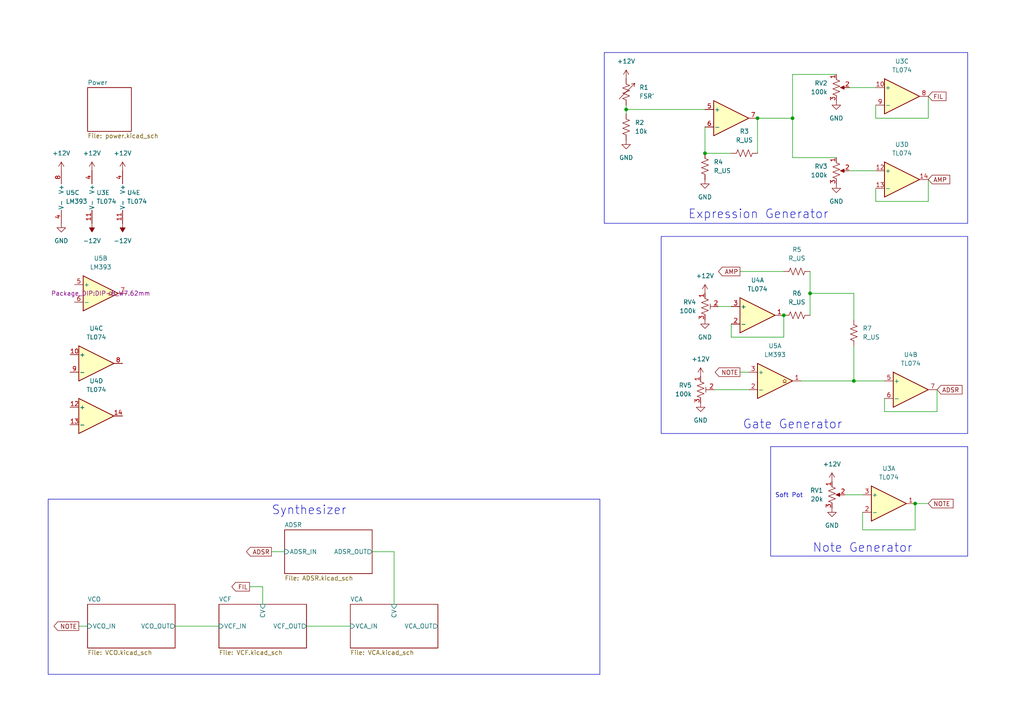
<source format=kicad_sch>
(kicad_sch (version 20250114) (generator "eeschema") (generator_version "9.0")
  (paper "A4")
  (lib_symbols
    (symbol "Amplifier_Operational:TL074" (pin_names (offset 0.127))
      (property "Reference" "U" (at 0 5.08 0))
      (property "Value" "TL074" (at 0 -5.08 0))
      (symbol "TL074_1_1"
        (polyline (pts (xy -5.08 5.08) (xy 5.08 0) (xy -5.08 -5.08) (xy -5.08 5.08)) (stroke (width 0.254)) (fill (type background)))
        (pin input line (at -7.62 2.54 0) (length 2.54) (name "+") (number "3"))
        (pin input line (at -7.62 -2.54 0) (length 2.54) (name "-") (number "2"))
        (pin output line (at 7.62 0 180) (length 2.54) (name "~") (number "1"))
      )
      (symbol "TL074_2_1"
        (polyline (pts (xy -5.08 5.08) (xy 5.08 0) (xy -5.08 -5.08) (xy -5.08 5.08)) (stroke (width 0.254)) (fill (type background)))
        (pin input line (at -7.62 2.54 0) (length 2.54) (name "+") (number "5"))
        (pin input line (at -7.62 -2.54 0) (length 2.54) (name "-") (number "6"))
        (pin output line (at 7.62 0 180) (length 2.54) (name "~") (number "7"))
      )
      (symbol "TL074_3_1"
        (polyline (pts (xy -5.08 5.08) (xy 5.08 0) (xy -5.08 -5.08) (xy -5.08 5.08)) (stroke (width 0.254)) (fill (type background)))
        (pin input line (at -7.62 2.54 0) (length 2.54) (name "+") (number "10"))
        (pin input line (at -7.62 -2.54 0) (length 2.54) (name "-") (number "9"))
        (pin output line (at 7.62 0 180) (length 2.54) (name "~") (number "8"))
      )
      (symbol "TL074_4_1"
        (polyline (pts (xy -5.08 5.08) (xy 5.08 0) (xy -5.08 -5.08) (xy -5.08 5.08)) (stroke (width 0.254)) (fill (type background)))
        (pin input line (at -7.62 2.54 0) (length 2.54) (name "+") (number "12"))
        (pin input line (at -7.62 -2.54 0) (length 2.54) (name "-") (number "13"))
        (pin output line (at 7.62 0 180) (length 2.54) (name "~") (number "14"))
      )
      (symbol "TL074_5_1"
        (pin power_in line (at -2.54 7.62 270) (length 3.81) (name "V+") (number "4"))
        (pin power_in line (at -2.54 -7.62 90) (length 3.81) (name "V-") (number "11"))
      )
    )
    (symbol "Comparator:LM393" (pin_names (offset 0.127))
      (property "Reference" "U" (at 3.81 3.81 0))
      (property "Value" "LM393" (at 6.35 -3.81 0))
      (symbol "LM393_1_1"
        (polyline (pts (xy -5.08 5.08) (xy 5.08 0) (xy -5.08 -5.08) (xy -5.08 5.08)) (stroke (width 0.254)) (fill (type background)))
        (polyline (pts (xy 3.302 -0.508) (xy 2.794 -0.508) (xy 3.302 0) (xy 2.794 0.508) (xy 2.286 0) (xy 2.794 -0.508) (xy 2.286 -0.508)) (stroke (width 0.127)))
        (pin input line (at -7.62 2.54 0) (length 2.54) (name "+") (number "3"))
        (pin input line (at -7.62 -2.54 0) (length 2.54) (name "-") (number "2"))
        (pin open_collector line (at 7.62 0 180) (length 2.54) (name "~") (number "1"))
      )
      (symbol "LM393_2_1"
        (polyline (pts (xy -5.08 5.08) (xy 5.08 0) (xy -5.08 -5.08) (xy -5.08 5.08)) (stroke (width 0.254)) (fill (type background)))
        (polyline (pts (xy 3.302 -0.508) (xy 2.794 -0.508) (xy 3.302 0) (xy 2.794 0.508) (xy 2.286 0) (xy 2.794 -0.508) (xy 2.286 -0.508)) (stroke (width 0.127)))
        (pin input line (at -7.62 2.54 0) (length 2.54) (name "+") (number "5"))
        (pin input line (at -7.62 -2.54 0) (length 2.54) (name "-") (number "6"))
        (pin open_collector line (at 7.62 0 180) (length 2.54) (name "~") (number "7"))
      )
      (symbol "LM393_3_1"
        (pin power_in line (at -2.54 7.62 270) (length 3.81) (name "V+") (number "8"))
        (pin power_in line (at -2.54 -7.62 90) (length 3.81) (name "V-") (number "4"))
      )
    )
    (symbol "Device:R_Potentiometer_Trim_US" (pin_names (offset 1.016) (hide yes))
      (property "Reference" "RV" (at -4.445 0 90))
      (property "Value" "R_Potentiometer_Trim_US" (at -2.54 0 90))
      (symbol "R_Potentiometer_Trim_US_0_1"
        (polyline (pts (xy 0 2.286) (xy 0 2.54)))
        (polyline (pts (xy 0 2.286) (xy 1.016 1.905) (xy 0 1.524) (xy -1.016 1.143) (xy 0 0.762)))
        (polyline (pts (xy 0 0.762) (xy 1.016 0.381) (xy 0 0) (xy -1.016 -0.381) (xy 0 -0.762)))
        (polyline (pts (xy 0 -0.762) (xy 1.016 -1.143) (xy 0 -1.524) (xy -1.016 -1.905) (xy 0 -2.286)))
        (polyline (pts (xy 0 -2.286) (xy 0 -2.54)))
        (polyline (pts (xy 1.524 0.762) (xy 1.524 -0.762)))
        (polyline (pts (xy 2.54 0) (xy 1.524 0)))
      )
      (symbol "R_Potentiometer_Trim_US_1_1"
        (pin passive line (at 0 3.81 270) (length 1.27) (name "1") (number "1"))
        (pin passive line (at 0 -3.81 90) (length 1.27) (name "3") (number "3"))
        (pin passive line (at 3.81 0 180) (length 1.27) (name "2") (number "2"))
      )
    )
    (symbol "Device:R_Potentiometer_US" (pin_names (offset 1.016) (hide yes))
      (property "Reference" "RV" (at -4.445 0 90))
      (property "Value" "R_Potentiometer_US" (at -2.54 0 90))
      (symbol "R_Potentiometer_US_0_1"
        (polyline (pts (xy 0 2.54) (xy 0 2.286)))
        (polyline (pts (xy 0 2.286) (xy 1.016 1.905) (xy 0 1.524) (xy -1.016 1.143) (xy 0 0.762)))
        (polyline (pts (xy 0 0.762) (xy 1.016 0.381) (xy 0 0) (xy -1.016 -0.381) (xy 0 -0.762)))
        (polyline (pts (xy 0 -0.762) (xy 1.016 -1.143) (xy 0 -1.524) (xy -1.016 -1.905) (xy 0 -2.286)))
        (polyline (pts (xy 0 -2.286) (xy 0 -2.54)))
        (polyline (pts (xy 1.143 0) (xy 2.286 0.508) (xy 2.286 -0.508) (xy 1.143 0)) (fill (type outline)))
        (polyline (pts (xy 2.54 0) (xy 1.524 0)))
      )
      (symbol "R_Potentiometer_US_1_1"
        (pin passive line (at 0 3.81 270) (length 1.27) (name "1") (number "1"))
        (pin passive line (at 0 -3.81 90) (length 1.27) (name "3") (number "3"))
        (pin passive line (at 3.81 0 180) (length 1.27) (name "2") (number "2"))
      )
    )
    (symbol "Device:R_US" (pin_numbers (hide yes)) (pin_names (offset 0))
      (property "Reference" "R" (at 2.54 0 90))
      (property "Value" "R_US" (at -2.54 0 90))
      (symbol "R_US_0_1"
        (polyline (pts (xy 0 2.286) (xy 0 2.54)))
        (polyline (pts (xy 0 2.286) (xy 1.016 1.905) (xy 0 1.524) (xy -1.016 1.143) (xy 0 0.762)))
        (polyline (pts (xy 0 0.762) (xy 1.016 0.381) (xy 0 0) (xy -1.016 -0.381) (xy 0 -0.762)))
        (polyline (pts (xy 0 -0.762) (xy 1.016 -1.143) (xy 0 -1.524) (xy -1.016 -1.905) (xy 0 -2.286)))
        (polyline (pts (xy 0 -2.286) (xy 0 -2.54)))
      )
      (symbol "R_US_1_1"
        (pin passive line (at 0 3.81 270) (length 1.27) (name "~") (number "1"))
        (pin passive line (at 0 -3.81 90) (length 1.27) (name "~") (number "2"))
      )
    )
    (symbol "Device:R_Variable_US" (pin_numbers (hide yes)) (pin_names (offset 0))
      (property "Reference" "R" (at 2.54 -2.54 90))
      (property "Value" "R_Variable_US" (at -2.54 -1.27 90))
      (symbol "R_Variable_US_0_1"
        (polyline (pts (xy 0 2.286) (xy 0 2.54)))
        (polyline (pts (xy 0 2.286) (xy 1.016 1.905) (xy 0 1.524) (xy -1.016 1.143) (xy 0 0.762)) (stroke (width 0.1524)))
        (polyline (pts (xy 0 0.762) (xy 1.016 0.381) (xy 0 0) (xy -1.016 -0.381) (xy 0 -0.762)))
        (polyline (pts (xy 0 -0.762) (xy 1.016 -1.143) (xy 0 -1.524) (xy -1.016 -1.905) (xy 0 -2.286)))
        (polyline (pts (xy 0 -2.286) (xy 0 -2.54)))
        (polyline (pts (xy 2.286 1.524) (xy 2.54 2.54) (xy 1.524 2.286) (xy 2.54 2.54) (xy -2.032 -2.032)) (stroke (width 0.1524)))
      )
      (symbol "R_Variable_US_1_1"
        (pin passive line (at 0 3.81 270) (length 1.27) (name "~") (number "1"))
        (pin passive line (at 0 -3.81 90) (length 1.27) (name "~") (number "2"))
      )
    )
    (symbol "power:+12V" (power) (pin_numbers (hide yes)) (pin_names (offset 0) (hide yes))
      (property "Value" "+12V" (at 0 3.556 0))
      (symbol "+12V_0_1"
        (polyline (pts (xy -0.762 1.27) (xy 0 2.54)))
        (polyline (pts (xy 0 2.54) (xy 0.762 1.27)))
        (polyline (pts (xy 0 0) (xy 0 2.54)))
      )
      (symbol "+12V_1_1"
        (pin power_in line (at 0 0 90) (length 0) (name "~") (number "1"))
      )
    )
    (symbol "power:-12V" (power) (pin_numbers (hide yes)) (pin_names (offset 0) (hide yes))
      (property "Value" "-12V" (at 0 3.556 0))
      (symbol "-12V_0_0"
        (pin power_in line (at 0 0 90) (length 0) (name "~") (number "1"))
      )
      (symbol "-12V_0_1"
        (polyline (pts (xy 0 0) (xy 0 1.27) (xy 0.762 1.27) (xy 0 2.54) (xy -0.762 1.27) (xy 0 1.27)) (fill (type outline)))
      )
    )
    (symbol "power:GND" (power) (pin_numbers (hide yes)) (pin_names (offset 0) (hide yes))
      (property "Value" "GND" (at 0 -3.81 0))
      (symbol "GND_0_1"
        (polyline (pts (xy 0 0) (xy 0 -1.27) (xy 1.27 -1.27) (xy 0 -2.54) (xy -1.27 -1.27) (xy 0 -1.27)))
      )
      (symbol "GND_1_1"
        (pin power_in line (at 0 0 270) (length 0) (name "~") (number "1"))
      )
    )
  )
  (rectangle (start 13.97 144.78) (end 173.99 195.58))
  (rectangle (start 223.52 129.54) (end 280.67 161.29))
  (rectangle (start 191.77 68.58) (end 280.67 125.73))
  (rectangle (start 175.26 15.24) (end 280.67 64.77))
  (text "Note Generator" (at 250.19 159.004 0) (effects (font (size 2.54 2.54))))
  (text "Expression Generator" (at 219.964 62.23 0) (effects (font (size 2.54 2.54))))
  (text "Gate Generator" (at 229.87 123.19 0) (effects (font (size 2.54 2.54))))
  (text "Soft Pot" (at 228.854 143.764 0) (effects (font (size 1.27 1.27))))
  (text "Synthesizer" (at 89.662 148.082 0) (effects (font (size 2.54 2.54))))
  (junction (at 234.95 85.09))
  (junction (at 219.71 34.29))
  (junction (at 181.61 31.75))
  (junction (at 204.47 44.45))
  (junction (at 227.33 91.44))
  (junction (at 229.87 34.29))
  (junction (at 265.43 146.05))
  (junction (at 247.65 110.49))
  (wire (pts (xy 254 54.61) (xy 254 58.42)))
  (wire (pts (xy 254 49.53) (xy 246.38 49.53)))
  (wire (pts (xy 247.65 110.49) (xy 256.54 110.49)))
  (wire (pts (xy 269.24 34.29) (xy 269.24 27.94)))
  (wire (pts (xy 107.95 160.02) (xy 114.3 160.02)))
  (wire (pts (xy 181.61 31.75) (xy 181.61 33.02)))
  (wire (pts (xy 250.19 148.59) (xy 250.19 153.67)))
  (wire (pts (xy 214.63 78.74) (xy 227.33 78.74)))
  (wire (pts (xy 72.39 170.18) (xy 76.2 170.18)))
  (wire (pts (xy 247.65 110.49) (xy 247.65 100.33)))
  (wire (pts (xy 181.61 31.75) (xy 204.47 31.75)))
  (wire (pts (xy 245.11 143.51) (xy 250.19 143.51)))
  (wire (pts (xy 234.95 78.74) (xy 234.95 85.09)))
  (wire (pts (xy 229.87 21.59) (xy 242.57 21.59)))
  (wire (pts (xy 254 30.48) (xy 254 34.29)))
  (wire (pts (xy 204.47 36.83) (xy 204.47 44.45)))
  (wire (pts (xy 181.61 30.48) (xy 181.61 31.75)))
  (wire (pts (xy 219.71 34.29) (xy 219.71 44.45)))
  (wire (pts (xy 78.74 160.02) (xy 82.55 160.02)))
  (wire (pts (xy 271.78 119.38) (xy 271.78 113.03)))
  (wire (pts (xy 256.54 115.57) (xy 256.54 119.38)))
  (wire (pts (xy 229.87 34.29) (xy 229.87 45.72)))
  (wire (pts (xy 219.71 34.29) (xy 229.87 34.29)))
  (wire (pts (xy 254 58.42) (xy 269.24 58.42)))
  (wire (pts (xy 254 34.29) (xy 269.24 34.29)))
  (wire (pts (xy 229.87 21.59) (xy 229.87 34.29)))
  (wire (pts (xy 265.43 146.05) (xy 265.43 153.67)))
  (wire (pts (xy 227.33 97.79) (xy 227.33 91.44)))
  (wire (pts (xy 254 25.4) (xy 246.38 25.4)))
  (wire (pts (xy 232.41 110.49) (xy 247.65 110.49)))
  (wire (pts (xy 114.3 160.02) (xy 114.3 175.26)))
  (wire (pts (xy 88.9 181.61) (xy 101.6 181.61)))
  (wire (pts (xy 229.87 45.72) (xy 242.57 45.72)))
  (wire (pts (xy 212.09 93.98) (xy 212.09 97.79)))
  (wire (pts (xy 269.24 58.42) (xy 269.24 52.07)))
  (wire (pts (xy 269.24 146.05) (xy 265.43 146.05)))
  (wire (pts (xy 214.63 107.95) (xy 217.17 107.95)))
  (wire (pts (xy 247.65 85.09) (xy 234.95 85.09)))
  (wire (pts (xy 25.4 181.61) (xy 22.86 181.61)))
  (wire (pts (xy 234.95 85.09) (xy 234.95 91.44)))
  (wire (pts (xy 207.01 113.03) (xy 217.17 113.03)))
  (wire (pts (xy 208.28 88.9) (xy 212.09 88.9)))
  (wire (pts (xy 50.8 181.61) (xy 63.5 181.61)))
  (wire (pts (xy 250.19 153.67) (xy 265.43 153.67)))
  (wire (pts (xy 247.65 92.71) (xy 247.65 85.09)))
  (wire (pts (xy 256.54 119.38) (xy 271.78 119.38)))
  (wire (pts (xy 212.09 97.79) (xy 227.33 97.79)))
  (wire (pts (xy 76.2 170.18) (xy 76.2 175.26)))
  (wire (pts (xy 204.47 44.45) (xy 212.09 44.45)))
  (global_label "AMP" (shape input) (at 269.24 52.07 0) (property "Intersheetrefs" "${INTERSHEET_REFS}" (effects (hide yes))))
  (global_label "NOTE" (shape output) (at 22.86 181.61 180) (property "Intersheetrefs" "${INTERSHEET_REFS}" (effects (hide yes))))
  (global_label "FIL" (shape output) (at 72.39 170.18 180) (property "Intersheetrefs" "${INTERSHEET_REFS}" (effects (hide yes))))
  (global_label "AMP" (shape output) (at 214.63 78.74 180) (property "Intersheetrefs" "${INTERSHEET_REFS}" (effects (hide yes))))
  (global_label "FIL" (shape input) (at 269.24 27.94 0) (property "Intersheetrefs" "${INTERSHEET_REFS}" (effects (hide yes))))
  (global_label "ADSR" (shape output) (at 78.74 160.02 180) (property "Intersheetrefs" "${INTERSHEET_REFS}" (effects (hide yes))))
  (global_label "NOTE" (shape output) (at 214.63 107.95 180) (property "Intersheetrefs" "${INTERSHEET_REFS}" (effects (hide yes))))
  (global_label "ADSR" (shape input) (at 271.78 113.03 0) (property "Intersheetrefs" "${INTERSHEET_REFS}" (effects (hide yes))))
  (global_label "NOTE" (shape input) (at 269.24 146.05 0) (property "Intersheetrefs" "${INTERSHEET_REFS}" (effects (hide yes))))
  (symbol (lib_id "Device:R_US") (at 215.9 44.45 270) (unit 1)
    (property "Reference" "R3" (at 215.9 38.1 90))
    (property "Value" "R_US" (at 215.9 40.64 90))
    (property "Footprint" "Resistor_THT:R_Axial_DIN0207_L6.3mm_D2.5mm_P10.16mm_Horizontal" (effects (hide yes)))
    (property "Description" "Resistor, US symbol" (effects (hide yes)))
  )
  (symbol (lib_id "power:+12V") (at 26.67 49.53 0) (unit 1)
    (property "Reference" "#PWR06" (effects (hide yes)))
    (property "Value" "+12V" (at 26.67 44.45 0))
    (property "Description" "Power symbol creates a global label with name \"+12V\"" (effects (hide yes)))
  )
  (symbol (lib_id "power:GND") (at 17.78 64.77 0) (unit 1)
    (property "Reference" "#PWR09" (effects (hide yes)))
    (property "Value" "GND" (at 17.78 69.85 0))
    (property "Description" "Power symbol creates a global label with name \"GND\" , ground" (effects (hide yes)))
  )
  (symbol (lib_id "power:-12V") (at 26.67 64.77 180) (unit 1)
    (property "Reference" "#PWR07" (effects (hide yes)))
    (property "Value" "-12V" (at 26.67 69.85 0))
    (property "Description" "Power symbol creates a global label with name \"-12V\"" (effects (hide yes)))
  )
  (symbol (lib_id "power:GND") (at 241.3 147.32 0) (unit 1)
    (property "Reference" "#PWR05" (effects (hide yes)))
    (property "Value" "GND" (at 241.3 152.4 0))
    (property "Description" "Power symbol creates a global label with name \"GND\" , ground" (effects (hide yes)))
  )
  (symbol (lib_id "Comparator:LM393") (at 224.79 110.49 0) (unit 1)
    (property "Reference" "U5" (at 224.79 100.33 0))
    (property "Value" "LM393" (at 224.79 102.87 0))
    (property "Footprint" "Package_DIP:DIP-8_W7.62mm" (effects (hide yes)))
    (property "Datasheet" "http://www.ti.com/lit/ds/symlink/lm393.pdf" (effects (hide yes)))
    (property "Description" "Low-Power, Low-Offset Voltage, Dual Comparators, DIP-8/SOIC-8/TO-99-8" (effects (hide yes)))
  )
  (symbol (lib_id "power:GND") (at 203.2 116.84 0) (unit 1)
    (property "Reference" "#PWR020" (effects (hide yes)))
    (property "Value" "GND" (at 203.2 121.92 0))
    (property "Description" "Power symbol creates a global label with name \"GND\" , ground" (effects (hide yes)))
  )
  (symbol (lib_id "Amplifier_Operational:TL074") (at 261.62 27.94 0) (unit 3)
    (property "Reference" "U3" (at 261.62 17.78 0))
    (property "Value" "TL074" (at 261.62 20.32 0))
    (property "Footprint" "Package_DIP:DIP-14_W7.62mm" (effects (hide yes)))
    (property "Datasheet" "http://www.ti.com/lit/ds/symlink/tl071.pdf" (effects (hide yes)))
    (property "Description" "Quad Low-Noise JFET-Input Operational Amplifiers, DIP-14/SOIC-14" (effects (hide yes)))
  )
  (symbol (lib_id "Device:R_US") (at 231.14 78.74 90) (unit 1)
    (property "Reference" "R5" (at 231.14 72.39 90))
    (property "Value" "R_US" (at 231.14 74.93 90))
    (property "Footprint" "Resistor_THT:R_Axial_DIN0207_L6.3mm_D2.5mm_P10.16mm_Horizontal" (effects (hide yes)))
    (property "Description" "Resistor, US symbol" (effects (hide yes)))
  )
  (symbol (lib_id "Device:R_Potentiometer_Trim_US") (at 204.47 88.9 0) (unit 1)
    (property "Reference" "RV4" (at 201.93 87.6299 0) (effects (justify right)))
    (property "Value" "100k" (at 201.93 90.1699 0) (effects (justify right)))
    (property "Footprint" "Potentiometer_THT:Potentiometer_Bourns_3266Y_Vertical" (effects (hide yes)))
    (property "Description" "Trim-potentiometer, US symbol" (effects (hide yes)))
  )
  (symbol (lib_id "power:GND") (at 181.61 40.64 0) (unit 1)
    (property "Reference" "#PWR011" (effects (hide yes)))
    (property "Value" "GND" (at 181.61 45.72 0))
    (property "Description" "Power symbol creates a global label with name \"GND\" , ground" (effects (hide yes)))
  )
  (symbol (lib_id "Amplifier_Operational:TL074") (at 264.16 113.03 0) (unit 2)
    (property "Reference" "U4" (at 264.16 102.87 0))
    (property "Value" "TL074" (at 264.16 105.41 0))
    (property "Footprint" "Package_DIP:DIP-14_W7.62mm" (effects (hide yes)))
    (property "Datasheet" "http://www.ti.com/lit/ds/symlink/tl071.pdf" (effects (hide yes)))
    (property "Description" "Quad Low-Noise JFET-Input Operational Amplifiers, DIP-14/SOIC-14" (effects (hide yes)))
  )
  (symbol (lib_id "Device:R_US") (at 247.65 96.52 180) (unit 1)
    (property "Reference" "R7" (at 250.19 95.2499 0) (effects (justify right)))
    (property "Value" "R_US" (at 250.19 97.7899 0) (effects (justify right)))
    (property "Footprint" "Resistor_THT:R_Axial_DIN0207_L6.3mm_D2.5mm_P10.16mm_Horizontal" (effects (hide yes)))
    (property "Description" "Resistor, US symbol" (effects (hide yes)))
  )
  (symbol (lib_id "Amplifier_Operational:TL074") (at 261.62 52.07 0) (unit 4)
    (property "Reference" "U3" (at 261.62 41.91 0))
    (property "Value" "TL074" (at 261.62 44.45 0))
    (property "Footprint" "Package_DIP:DIP-14_W7.62mm" (effects (hide yes)))
    (property "Datasheet" "http://www.ti.com/lit/ds/symlink/tl071.pdf" (effects (hide yes)))
    (property "Description" "Quad Low-Noise JFET-Input Operational Amplifiers, DIP-14/SOIC-14" (effects (hide yes)))
  )
  (symbol (lib_id "Device:R_US") (at 181.61 36.83 0) (unit 1)
    (property "Reference" "R2" (at 184.15 35.5599 0) (effects (justify left)))
    (property "Value" "10k" (at 184.15 38.0999 0) (effects (justify left)))
    (property "Footprint" "Resistor_THT:R_Axial_DIN0207_L6.3mm_D2.5mm_P10.16mm_Horizontal" (effects (hide yes)))
    (property "Description" "Resistor, US symbol" (effects (hide yes)))
  )
  (symbol (lib_id "Amplifier_Operational:TL074") (at 257.81 146.05 0) (unit 1)
    (property "Reference" "U3" (at 257.81 135.89 0))
    (property "Value" "TL074" (at 257.81 138.43 0))
    (property "Footprint" "Package_DIP:DIP-14_W7.62mm" (effects (hide yes)))
    (property "Datasheet" "http://www.ti.com/lit/ds/symlink/tl071.pdf" (effects (hide yes)))
    (property "Description" "Quad Low-Noise JFET-Input Operational Amplifiers, DIP-14/SOIC-14" (effects (hide yes)))
  )
  (symbol (lib_id "Comparator:LM393") (at 29.21 85.09 0) (unit 2)
    (property "Reference" "U5" (at 29.21 74.93 0))
    (property "Value" "LM393" (at 29.21 77.47 0))
    (property "Footprint" "Package_DIP:DIP-8_W7.62mm" (at 29.21 85.09 0))
    (property "Datasheet" "http://www.ti.com/lit/ds/symlink/lm393.pdf" (effects (hide yes)))
    (property "Description" "Low-Power, Low-Offset Voltage, Dual Comparators, DIP-8/SOIC-8/TO-99-8" (effects (hide yes)))
  )
  (symbol (lib_id "power:+12V") (at 203.2 109.22 0) (unit 1)
    (property "Reference" "#PWR019" (effects (hide yes)))
    (property "Value" "+12V" (at 203.2 104.14 0))
    (property "Description" "Power symbol creates a global label with name \"+12V\"" (effects (hide yes)))
  )
  (symbol (lib_id "power:GND") (at 242.57 53.34 0) (unit 1)
    (property "Reference" "#PWR013" (effects (hide yes)))
    (property "Value" "GND" (at 242.57 58.42 0))
    (property "Description" "Power symbol creates a global label with name \"GND\" , ground" (effects (hide yes)))
  )
  (symbol (lib_id "Amplifier_Operational:TL074") (at 219.71 91.44 0) (unit 1)
    (property "Reference" "U4" (at 219.71 81.28 0))
    (property "Value" "TL074" (at 219.71 83.82 0))
    (property "Footprint" "Package_DIP:DIP-14_W7.62mm" (effects (hide yes)))
    (property "Datasheet" "http://www.ti.com/lit/ds/symlink/tl071.pdf" (effects (hide yes)))
    (property "Description" "Quad Low-Noise JFET-Input Operational Amplifiers, DIP-14/SOIC-14" (effects (hide yes)))
  )
  (symbol (lib_id "Device:R_Potentiometer_US") (at 242.57 49.53 0) (unit 1)
    (property "Reference" "RV3" (at 240.03 48.2599 0) (effects (justify right)))
    (property "Value" "100k" (at 240.03 50.7999 0) (effects (justify right)))
    (property "Footprint" "Potentiometer_THT:Potentiometer_Alpha_RD901F-40-00D_Single_Vertical" (effects (hide yes)))
    (property "Description" "Potentiometer, US symbol" (effects (hide yes)))
  )
  (symbol (lib_id "Amplifier_Operational:TL074") (at 27.94 120.65 0) (unit 4)
    (property "Reference" "U4" (at 27.94 110.49 0))
    (property "Value" "TL074" (at 27.94 113.03 0))
    (property "Footprint" "Package_DIP:DIP-14_W7.62mm" (effects (hide yes)))
    (property "Datasheet" "http://www.ti.com/lit/ds/symlink/tl071.pdf" (effects (hide yes)))
    (property "Description" "Quad Low-Noise JFET-Input Operational Amplifiers, DIP-14/SOIC-14" (effects (hide yes)))
  )
  (symbol (lib_id "Amplifier_Operational:TL074") (at 38.1 57.15 0) (unit 5)
    (property "Reference" "U4" (at 36.83 55.8799 0) (effects (justify left)))
    (property "Value" "TL074" (at 36.83 58.4199 0) (effects (justify left)))
    (property "Footprint" "Package_DIP:DIP-14_W7.62mm" (effects (hide yes)))
    (property "Datasheet" "http://www.ti.com/lit/ds/symlink/tl071.pdf" (effects (hide yes)))
    (property "Description" "Quad Low-Noise JFET-Input Operational Amplifiers, DIP-14/SOIC-14" (effects (hide yes)))
  )
  (symbol (lib_id "Device:R_Potentiometer_US") (at 242.57 25.4 0) (unit 1)
    (property "Reference" "RV2" (at 240.03 24.1299 0) (effects (justify right)))
    (property "Value" "100k" (at 240.03 26.6699 0) (effects (justify right)))
    (property "Footprint" "Potentiometer_THT:Potentiometer_Alpha_RD901F-40-00D_Single_Vertical" (effects (hide yes)))
    (property "Description" "Potentiometer, US symbol" (effects (hide yes)))
  )
  (symbol (lib_id "power:+12V") (at 241.3 139.7 0) (unit 1)
    (property "Reference" "#PWR04" (effects (hide yes)))
    (property "Value" "+12V" (at 241.3 134.62 0))
    (property "Description" "Power symbol creates a global label with name \"+12V\"" (effects (hide yes)))
  )
  (symbol (lib_id "Device:R_US") (at 231.14 91.44 90) (unit 1)
    (property "Reference" "R6" (at 231.14 85.09 90))
    (property "Value" "R_US" (at 231.14 87.63 90))
    (property "Footprint" "Resistor_THT:R_Axial_DIN0207_L6.3mm_D2.5mm_P10.16mm_Horizontal" (effects (hide yes)))
    (property "Description" "Resistor, US symbol" (effects (hide yes)))
  )
  (symbol (lib_id "Comparator:LM393") (at 20.32 57.15 0) (unit 3)
    (property "Reference" "U5" (at 19.05 55.8799 0) (effects (justify left)))
    (property "Value" "LM393" (at 19.05 58.4199 0) (effects (justify left)))
    (property "Footprint" "Package_DIP:DIP-8_W7.62mm" (effects (hide yes)))
    (property "Datasheet" "http://www.ti.com/lit/ds/symlink/lm393.pdf" (effects (hide yes)))
    (property "Description" "Low-Power, Low-Offset Voltage, Dual Comparators, DIP-8/SOIC-8/TO-99-8" (effects (hide yes)))
  )
  (symbol (lib_id "Amplifier_Operational:TL074") (at 27.94 105.41 0) (unit 3)
    (property "Reference" "U4" (at 27.94 95.25 0))
    (property "Value" "TL074" (at 27.94 97.79 0))
    (property "Footprint" "Package_DIP:DIP-14_W7.62mm" (effects (hide yes)))
    (property "Datasheet" "http://www.ti.com/lit/ds/symlink/tl071.pdf" (effects (hide yes)))
    (property "Description" "Quad Low-Noise JFET-Input Operational Amplifiers, DIP-14/SOIC-14" (effects (hide yes)))
  )
  (symbol (lib_id "power:+12V") (at 17.78 49.53 0) (unit 1)
    (property "Reference" "#PWR08" (effects (hide yes)))
    (property "Value" "+12V" (at 17.78 44.45 0))
    (property "Description" "Power symbol creates a global label with name \"+12V\"" (effects (hide yes)))
  )
  (symbol (lib_id "Amplifier_Operational:TL074") (at 212.09 34.29 0) (unit 2)
    (property "Reference" "U3" (effects (hide yes)))
    (property "Value" "TL074" (effects (hide yes)))
    (property "Footprint" "Package_DIP:DIP-14_W7.62mm" (effects (hide yes)))
    (property "Datasheet" "http://www.ti.com/lit/ds/symlink/tl071.pdf" (effects (hide yes)))
    (property "Description" "Quad Low-Noise JFET-Input Operational Amplifiers, DIP-14/SOIC-14" (effects (hide yes)))
  )
  (symbol (lib_id "power:GND") (at 204.47 52.07 0) (unit 1)
    (property "Reference" "#PWR012" (effects (hide yes)))
    (property "Value" "GND" (at 204.47 57.15 0))
    (property "Description" "Power symbol creates a global label with name \"GND\" , ground" (effects (hide yes)))
  )
  (symbol (lib_id "power:GND") (at 204.47 92.71 0) (unit 1)
    (property "Reference" "#PWR018" (effects (hide yes)))
    (property "Value" "GND" (at 204.47 97.79 0))
    (property "Description" "Power symbol creates a global label with name \"GND\" , ground" (effects (hide yes)))
  )
  (symbol (lib_id "Device:R_Variable_US") (at 181.61 26.67 0) (unit 1)
    (property "Reference" "R1" (at 185.42 25.3618 0) (effects (justify left)))
    (property "Value" "FSR'" (at 185.42 27.9018 0) (effects (justify left)))
    (property "Footprint" "TerminalBlock:TerminalBlock_MaiXu_MX126-5.0-02P_1x02_P5.00mm" (effects (hide yes)))
    (property "Description" "Variable resistor, US symbol" (effects (hide yes)))
  )
  (symbol (lib_id "Device:R_Potentiometer_US") (at 241.3 143.51 0) (unit 1)
    (property "Reference" "RV1" (at 238.76 142.2399 0) (effects (justify right)))
    (property "Value" "20k" (at 238.76 144.7799 0) (effects (justify right)))
    (property "Footprint" "TerminalBlock:TerminalBlock_MaiXu_MX126-5.0-03P_1x03_P5.00mm" (effects (hide yes)))
    (property "Description" "Potentiometer, US symbol" (effects (hide yes)))
  )
  (symbol (lib_id "Amplifier_Operational:TL074") (at 29.21 57.15 0) (unit 5)
    (property "Reference" "U3" (at 27.94 55.8799 0) (effects (justify left)))
    (property "Value" "TL074" (at 27.94 58.4199 0) (effects (justify left)))
    (property "Footprint" "Package_DIP:DIP-14_W7.62mm" (effects (hide yes)))
    (property "Datasheet" "http://www.ti.com/lit/ds/symlink/tl071.pdf" (effects (hide yes)))
    (property "Description" "Quad Low-Noise JFET-Input Operational Amplifiers, DIP-14/SOIC-14" (effects (hide yes)))
  )
  (symbol (lib_id "power:-12V") (at 35.56 64.77 180) (unit 1)
    (property "Reference" "#PWR016" (effects (hide yes)))
    (property "Value" "-12V" (at 35.56 69.85 0))
    (property "Description" "Power symbol creates a global label with name \"-12V\"" (effects (hide yes)))
  )
  (symbol (lib_id "power:GND") (at 242.57 29.21 0) (unit 1)
    (property "Reference" "#PWR014" (effects (hide yes)))
    (property "Value" "GND" (at 242.57 34.29 0))
    (property "Description" "Power symbol creates a global label with name \"GND\" , ground" (effects (hide yes)))
  )
  (symbol (lib_id "Device:R_US") (at 204.47 48.26 0) (unit 1)
    (property "Reference" "R4" (at 207.01 46.9899 0) (effects (justify left)))
    (property "Value" "R_US" (at 207.01 49.5299 0) (effects (justify left)))
    (property "Footprint" "Resistor_THT:R_Axial_DIN0207_L6.3mm_D2.5mm_P10.16mm_Horizontal" (effects (hide yes)))
    (property "Description" "Resistor, US symbol" (effects (hide yes)))
  )
  (symbol (lib_id "power:+12V") (at 35.56 49.53 0) (unit 1)
    (property "Reference" "#PWR015" (effects (hide yes)))
    (property "Value" "+12V" (at 35.56 44.45 0))
    (property "Description" "Power symbol creates a global label with name \"+12V\"" (effects (hide yes)))
  )
  (symbol (lib_id "Device:R_Potentiometer_Trim_US") (at 203.2 113.03 0) (unit 1)
    (property "Reference" "RV5" (at 200.66 111.7599 0) (effects (justify right)))
    (property "Value" "100k" (at 200.66 114.2999 0) (effects (justify right)))
    (property "Footprint" "Potentiometer_THT:Potentiometer_Bourns_3266Y_Vertical" (effects (hide yes)))
    (property "Description" "Trim-potentiometer, US symbol" (effects (hide yes)))
  )
  (symbol (lib_id "power:+12V") (at 181.61 22.86 0) (unit 1)
    (property "Reference" "#PWR010" (effects (hide yes)))
    (property "Value" "+12V" (at 181.61 17.78 0))
    (property "Description" "Power symbol creates a global label with name \"+12V\"" (effects (hide yes)))
  )
  (symbol (lib_id "power:+12V") (at 204.47 85.09 0) (unit 1)
    (property "Reference" "#PWR017" (effects (hide yes)))
    (property "Value" "+12V" (at 204.47 80.01 0))
    (property "Description" "Power symbol creates a global label with name \"+12V\"" (effects (hide yes)))
  )
  (sheet (at 63.5 175.26) (size 25.4 12.7) (stroke (width 0.1524))
    (property "Sheetname" "VCF" (at 63.5 174.5484 0) (effects (justify left bottom)))
    (property "Sheetfile" "VCF.kicad_sch" (at 63.5 188.5446 0) (effects (justify left top)))
    (pin "CV" input (at 76.2 175.26 90))
    (pin "VCF_IN" input (at 63.5 181.61 180))
    (pin "VCF_OUT" output (at 88.9 181.61 0))
  )
  (sheet (at 101.6 175.26) (size 25.4 12.7) (stroke (width 0.1524))
    (property "Sheetname" "VCA" (at 101.6 174.5484 0) (effects (justify left bottom)))
    (property "Sheetfile" "VCA.kicad_sch" (at 101.6 188.5446 0) (effects (justify left top)))
    (pin "CV" input (at 114.3 175.26 90))
    (pin "VCA_IN" input (at 101.6 181.61 180))
    (pin "VCA_OUT" output (at 127 181.61 0))
  )
  (sheet (at 25.4 175.26) (size 25.4 12.7) (stroke (width 0.1524))
    (property "Sheetname" "VCO" (at 25.4 174.5484 0) (effects (justify left bottom)))
    (property "Sheetfile" "VCO.kicad_sch" (at 25.4 188.5446 0) (effects (justify left top)))
    (pin "VCO_IN" input (at 25.4 181.61 180))
    (pin "VCO_OUT" output (at 50.8 181.61 0))
  )
  (sheet (at 82.55 153.67) (size 25.4 12.7) (stroke (width 0.1524))
    (property "Sheetname" "ADSR" (at 82.55 152.9584 0) (effects (justify left bottom)))
    (property "Sheetfile" "ADSR.kicad_sch" (at 82.55 166.9546 0) (effects (justify left top)))
    (pin "ADSR_IN" input (at 82.55 160.02 180))
    (pin "ADSR_OUT" output (at 107.95 160.02 0))
  )
  (sheet (at 25.4 25.4) (size 12.7 12.7) (stroke (width 0.1524))
    (property "Sheetname" "Power" (at 25.4 24.6884 0) (effects (justify left bottom)))
    (property "Sheetfile" "power.kicad_sch" (at 25.4 38.6846 0) (effects (justify left top)))
  )
)
</source>
